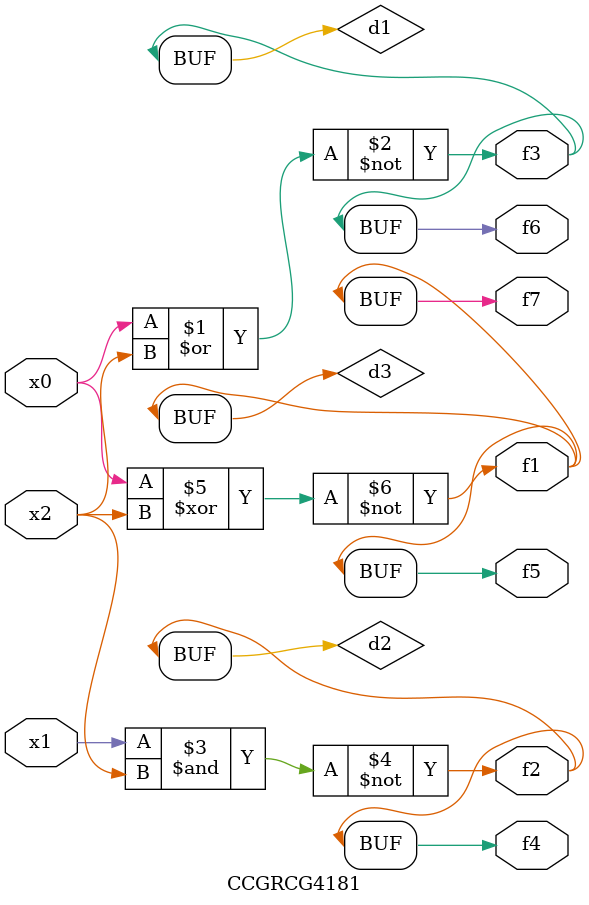
<source format=v>
module CCGRCG4181(
	input x0, x1, x2,
	output f1, f2, f3, f4, f5, f6, f7
);

	wire d1, d2, d3;

	nor (d1, x0, x2);
	nand (d2, x1, x2);
	xnor (d3, x0, x2);
	assign f1 = d3;
	assign f2 = d2;
	assign f3 = d1;
	assign f4 = d2;
	assign f5 = d3;
	assign f6 = d1;
	assign f7 = d3;
endmodule

</source>
